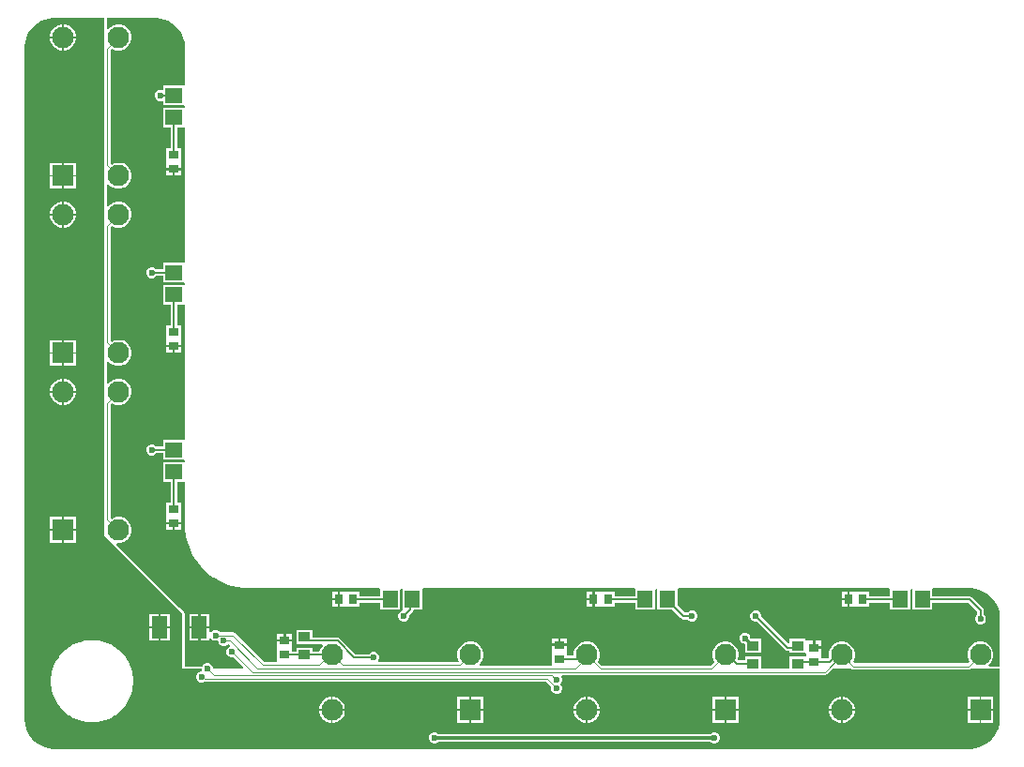
<source format=gtl>
G04*
G04 #@! TF.GenerationSoftware,Altium Limited,Altium Designer,23.3.1 (30)*
G04*
G04 Layer_Physical_Order=1*
G04 Layer_Color=255*
%FSLAX44Y44*%
%MOMM*%
G71*
G04*
G04 #@! TF.SameCoordinates,351FD183-007B-45CA-81C2-1D2A0FC3FDAE*
G04*
G04*
G04 #@! TF.FilePolarity,Positive*
G04*
G01*
G75*
%ADD11C,0.2000*%
%ADD12R,1.4000X1.5000*%
%ADD13R,0.8000X0.9500*%
%ADD14R,0.9500X0.8000*%
%ADD15R,1.0500X0.9000*%
%ADD16R,1.4000X2.0000*%
%ADD17R,1.5000X1.4000*%
%ADD27C,0.3000*%
%ADD28C,0.1250*%
%ADD29C,1.9500*%
%ADD30R,1.9500X1.9500*%
%ADD31R,1.9500X1.9500*%
%ADD32C,0.6000*%
G36*
X120063Y662515D02*
X121863D01*
X125430Y662045D01*
X128906Y661114D01*
X132231Y659736D01*
X135347Y657937D01*
X138202Y655747D01*
X140747Y653202D01*
X142937Y650347D01*
X144736Y647231D01*
X146114Y643906D01*
X147045Y640430D01*
X147515Y636863D01*
X147515Y635064D01*
Y602557D01*
X147000Y601500D01*
X146245Y601500D01*
X128000D01*
Y598044D01*
X126730Y597195D01*
X125995Y597500D01*
X124005D01*
X122168Y596739D01*
X120761Y595332D01*
X120000Y593495D01*
Y591505D01*
X120761Y589668D01*
X122168Y588261D01*
X124005Y587500D01*
X125995D01*
X126730Y587805D01*
X128000Y586956D01*
Y583500D01*
X146770Y583500D01*
X147338Y582500D01*
X146770Y581500D01*
X146245Y581500D01*
X128000D01*
Y563500D01*
X134441D01*
Y545000D01*
X130750D01*
Y533270D01*
X130750Y533000D01*
Y532000D01*
X130750Y531730D01*
Y527000D01*
X144250D01*
Y531730D01*
X144250Y532000D01*
Y533000D01*
X144250Y533270D01*
Y545000D01*
X140559D01*
Y563500D01*
X147000Y563500D01*
X147515Y562443D01*
Y442557D01*
X147000Y441500D01*
X146245Y441500D01*
X128000D01*
Y435559D01*
X121512D01*
X120332Y436739D01*
X118495Y437500D01*
X116505D01*
X114668Y436739D01*
X113261Y435332D01*
X112500Y433495D01*
Y431505D01*
X113261Y429668D01*
X114668Y428261D01*
X116505Y427500D01*
X118495D01*
X120332Y428261D01*
X121512Y429441D01*
X128000D01*
Y423500D01*
X146770Y423500D01*
X147338Y422500D01*
X146770Y421500D01*
X146245Y421500D01*
X128000D01*
Y403500D01*
X134441D01*
Y385000D01*
X130750D01*
Y373270D01*
X130750Y373000D01*
Y372000D01*
X130750Y371730D01*
Y367000D01*
X144250D01*
Y371730D01*
X144250Y372000D01*
Y373000D01*
X144250Y373270D01*
Y385000D01*
X140559D01*
Y403500D01*
X147000Y403500D01*
X147515Y402443D01*
Y282557D01*
X147000Y281500D01*
X146245Y281500D01*
X128000D01*
Y275559D01*
X121512D01*
X120332Y276739D01*
X118495Y277500D01*
X116505D01*
X114668Y276739D01*
X113261Y275332D01*
X112500Y273495D01*
Y271505D01*
X113261Y269668D01*
X114668Y268261D01*
X116505Y267500D01*
X118495D01*
X120332Y268261D01*
X121512Y269441D01*
X128000D01*
Y263500D01*
X146770Y263500D01*
X147338Y262500D01*
X146770Y261500D01*
X146245Y261500D01*
X128000D01*
Y243500D01*
X134441D01*
Y225000D01*
X130750D01*
Y213270D01*
X130750Y213000D01*
Y212000D01*
X130750Y211730D01*
Y207000D01*
X144250D01*
Y211730D01*
X144250Y212000D01*
Y213000D01*
X144250Y213270D01*
Y225000D01*
X140559D01*
Y243500D01*
X147000Y243500D01*
X147515Y242443D01*
Y205063D01*
X147523Y205022D01*
X147516Y204980D01*
X147634Y201383D01*
X147662Y201260D01*
X147654Y201134D01*
X148593Y194001D01*
X148647Y193842D01*
X148658Y193674D01*
X150520Y186725D01*
X150595Y186574D01*
X150627Y186409D01*
X153381Y179762D01*
X153474Y179622D01*
X153528Y179463D01*
X157125Y173233D01*
X157236Y173106D01*
X157310Y172955D01*
X161690Y167248D01*
X161817Y167137D01*
X161910Y166997D01*
X166997Y161910D01*
X167137Y161817D01*
X167248Y161690D01*
X172955Y157310D01*
X173106Y157236D01*
X173233Y157125D01*
X179463Y153528D01*
X179622Y153474D01*
X179762Y153381D01*
X186409Y150627D01*
X186574Y150595D01*
X186725Y150520D01*
X193674Y148658D01*
X193842Y148647D01*
X194001Y148593D01*
X201134Y147654D01*
X201260Y147662D01*
X201383Y147634D01*
X204980Y147516D01*
X205022Y147523D01*
X205063Y147515D01*
X322443D01*
X323500Y147000D01*
X323500Y146245D01*
Y140559D01*
X305000D01*
Y144250D01*
X293270D01*
X293000Y144250D01*
X292000D01*
X291730Y144250D01*
X287000D01*
Y137500D01*
Y130750D01*
X291730D01*
X292000Y130750D01*
X293000D01*
X293270Y130750D01*
X305000D01*
Y134441D01*
X323500D01*
Y128000D01*
X341500D01*
Y146245D01*
X342331Y147243D01*
X343500Y146663D01*
Y146245D01*
Y128000D01*
X342823Y127010D01*
X342168Y126739D01*
X340761Y125332D01*
X340000Y123495D01*
Y121505D01*
X340761Y119668D01*
X342168Y118261D01*
X344005Y117500D01*
X345995D01*
X347832Y118261D01*
X349239Y119668D01*
X350000Y121505D01*
Y123174D01*
X352834Y126009D01*
X352834Y126009D01*
X353498Y127001D01*
X353696Y128000D01*
X361500D01*
Y146245D01*
X362557Y147515D01*
X552443Y147515D01*
X553500Y147000D01*
X553500Y146245D01*
Y140559D01*
X535000D01*
Y144250D01*
X523270D01*
X523000Y144250D01*
X522000D01*
X521730Y144250D01*
X517000D01*
Y137500D01*
Y130750D01*
X521730D01*
X522000Y130750D01*
X523000D01*
X523270Y130750D01*
X535000D01*
Y134441D01*
X553500D01*
Y128000D01*
X571500D01*
Y146245D01*
X572331Y147243D01*
X573500Y146663D01*
Y146245D01*
Y128000D01*
X587174D01*
X594837Y120337D01*
X594837Y120337D01*
X595829Y119674D01*
X597000Y119441D01*
X600988D01*
X602168Y118261D01*
X604005Y117500D01*
X605995D01*
X607832Y118261D01*
X609239Y119668D01*
X610000Y121505D01*
Y123495D01*
X609239Y125332D01*
X607832Y126739D01*
X605995Y127500D01*
X604005D01*
X602168Y126739D01*
X600988Y125559D01*
X598267D01*
X591500Y132326D01*
Y146245D01*
X592557Y147515D01*
X782443D01*
X783500Y147000D01*
X783500Y146245D01*
Y140559D01*
X765000D01*
Y144250D01*
X753270D01*
X753000Y144250D01*
X752000D01*
X751730Y144250D01*
X747000D01*
Y137500D01*
Y130750D01*
X751730D01*
X752000Y130750D01*
X753000D01*
X753270Y130750D01*
X765000D01*
Y134441D01*
X783500D01*
Y128000D01*
X801500D01*
Y146245D01*
X802331Y147243D01*
X803500Y146663D01*
Y146245D01*
Y128000D01*
X821500D01*
Y134441D01*
X853733D01*
X861941Y126233D01*
Y124012D01*
X860761Y122832D01*
X860000Y120995D01*
Y119005D01*
X860761Y117168D01*
X862168Y115761D01*
X864005Y115000D01*
X865995D01*
X867832Y115761D01*
X869239Y117168D01*
X870000Y119005D01*
Y120995D01*
X869239Y122832D01*
X868059Y124012D01*
Y127500D01*
X867826Y128671D01*
X867163Y129663D01*
X867163Y129663D01*
X857163Y139663D01*
X856171Y140326D01*
X855000Y140559D01*
X855000Y140559D01*
X821500D01*
Y146245D01*
X822557Y147515D01*
X855063D01*
X856863D01*
X860431Y147045D01*
X863906Y146114D01*
X867231Y144736D01*
X870347Y142937D01*
X873202Y140747D01*
X875747Y138202D01*
X877937Y135347D01*
X879736Y132231D01*
X881114Y128906D01*
X882045Y125430D01*
X882515Y121863D01*
X882515Y120063D01*
Y77039D01*
X882515Y77039D01*
X872725D01*
X872426Y78309D01*
X874402Y80285D01*
X875949Y82965D01*
X876750Y85953D01*
Y89047D01*
X875949Y92035D01*
X874402Y94715D01*
X872215Y96902D01*
X869535Y98449D01*
X866547Y99250D01*
X863453D01*
X860465Y98449D01*
X857785Y96902D01*
X855598Y94715D01*
X854051Y92035D01*
X853250Y89047D01*
Y85953D01*
X854051Y82965D01*
X855013Y81298D01*
X853391Y79676D01*
X751609D01*
X749987Y81298D01*
X750949Y82965D01*
X751750Y85953D01*
Y89047D01*
X750949Y92035D01*
X749402Y94715D01*
X747215Y96902D01*
X744535Y98449D01*
X741547Y99250D01*
X738453D01*
X735465Y98449D01*
X732785Y96902D01*
X730598Y94715D01*
X729051Y92035D01*
X728250Y89047D01*
Y85953D01*
X728491Y85053D01*
X727497Y84059D01*
X721750D01*
Y86730D01*
X721750Y87000D01*
Y88000D01*
X721750Y88270D01*
Y93000D01*
X715000D01*
Y94000D01*
X714000D01*
Y100000D01*
X708520D01*
X708250Y100000D01*
X707250Y100652D01*
Y102000D01*
X692750D01*
Y98372D01*
X691480Y97846D01*
X667500Y121826D01*
Y123495D01*
X666739Y125332D01*
X665332Y126739D01*
X663495Y127500D01*
X661505D01*
X659668Y126739D01*
X658261Y125332D01*
X657500Y123495D01*
Y121505D01*
X658261Y119668D01*
X659668Y118261D01*
X661505Y117500D01*
X663174D01*
X689088Y91587D01*
X689088Y91586D01*
X690080Y90923D01*
X691251Y90690D01*
X691251Y90690D01*
X692750D01*
Y89000D01*
X706980D01*
X707250Y89000D01*
X708250Y88348D01*
X708250Y88000D01*
Y87000D01*
X708250Y86652D01*
X707250Y86000D01*
X692750D01*
Y75000D01*
X667250D01*
Y86000D01*
X652750D01*
Y82559D01*
X647117D01*
X646166Y83774D01*
X646750Y85953D01*
Y89047D01*
X645949Y92035D01*
X644402Y94715D01*
X642215Y96902D01*
X639535Y98449D01*
X636547Y99250D01*
X633453D01*
X630465Y98449D01*
X627785Y96902D01*
X625598Y94715D01*
X624051Y92035D01*
X623250Y89047D01*
Y85953D01*
X624051Y82965D01*
X625013Y81298D01*
X621391Y77676D01*
X523609D01*
X519987Y81298D01*
X520949Y82965D01*
X521750Y85953D01*
Y89047D01*
X520949Y92035D01*
X519402Y94715D01*
X517215Y96902D01*
X514535Y98449D01*
X511547Y99250D01*
X508453D01*
X505465Y98449D01*
X502785Y96902D01*
X500598Y94715D01*
X499051Y92035D01*
X498250Y89047D01*
Y86559D01*
X491750D01*
Y89230D01*
X491750Y89500D01*
Y90500D01*
X491750Y90770D01*
Y95500D01*
X485000D01*
X478250D01*
Y90770D01*
X478250Y90500D01*
Y89500D01*
X478250Y89230D01*
Y77676D01*
X413590D01*
X413063Y78946D01*
X414402Y80285D01*
X415949Y82965D01*
X416750Y85953D01*
Y89047D01*
X415949Y92035D01*
X414402Y94715D01*
X412215Y96902D01*
X409535Y98449D01*
X406547Y99250D01*
X403453D01*
X400465Y98449D01*
X397785Y96902D01*
X395598Y94715D01*
X394051Y92035D01*
X393250Y89047D01*
Y85953D01*
X394051Y82965D01*
X394716Y81812D01*
X393905Y80676D01*
X322044D01*
X321517Y81946D01*
X321739Y82168D01*
X322500Y84005D01*
Y85995D01*
X321739Y87832D01*
X320332Y89239D01*
X318495Y90000D01*
X316505D01*
X314668Y89239D01*
X313488Y88059D01*
X301267D01*
X287163Y102163D01*
X286171Y102826D01*
X285000Y103059D01*
X285000Y103059D01*
X262250D01*
Y110000D01*
X247750D01*
Y97000D01*
X258204D01*
X258500Y96941D01*
X258500Y96941D01*
X271028D01*
X271554Y95671D01*
X270598Y94715D01*
X269051Y92035D01*
X268655Y90559D01*
X262250D01*
Y94000D01*
X247750D01*
Y90559D01*
X244250D01*
Y93230D01*
X244250Y93500D01*
Y94500D01*
X244250Y94770D01*
Y99500D01*
X237500D01*
X230750D01*
Y94770D01*
X230750Y94500D01*
Y93500D01*
X230750Y93230D01*
Y81500D01*
X229821Y80676D01*
X219109D01*
X192892Y106892D01*
X192024Y107473D01*
X191000Y107676D01*
X191000Y107676D01*
X179303D01*
X179239Y107832D01*
X177832Y109239D01*
X175995Y110000D01*
X174005D01*
X172168Y109239D01*
X170770Y107841D01*
X170719Y107842D01*
X169500Y108106D01*
Y111500D01*
X161500D01*
Y100500D01*
X169500D01*
Y101894D01*
X170719Y102158D01*
X170770Y102159D01*
X172168Y100761D01*
X174005Y100000D01*
X175995D01*
X176444Y100186D01*
X177500Y99481D01*
Y99005D01*
X178261Y97168D01*
X179668Y95761D01*
X181505Y95000D01*
X183495D01*
X185332Y95761D01*
X186739Y97168D01*
X187723Y96492D01*
X188182Y96033D01*
X187884Y94535D01*
X187168Y94239D01*
X185761Y92832D01*
X185000Y90995D01*
Y89005D01*
X185761Y87168D01*
X187168Y85761D01*
X189005Y85000D01*
X190995D01*
X191150Y85064D01*
X200042Y76173D01*
X199556Y75000D01*
X172500D01*
Y75995D01*
X171739Y77832D01*
X170332Y79239D01*
X168495Y80000D01*
X166505D01*
X164668Y79239D01*
X163261Y77832D01*
X162900Y76960D01*
X162500Y77039D01*
X147039D01*
Y125000D01*
X147039Y125000D01*
X146884Y125780D01*
X146442Y126442D01*
X146442Y126442D01*
X142692Y130192D01*
X142692Y130192D01*
X85869Y187015D01*
X86430Y188250D01*
X89047D01*
X92035Y189051D01*
X94715Y190598D01*
X96902Y192785D01*
X98449Y195465D01*
X99250Y198453D01*
Y201547D01*
X98449Y204535D01*
X96902Y207215D01*
X94715Y209402D01*
X92035Y210949D01*
X89047Y211750D01*
X85953D01*
X82965Y210949D01*
X81298Y209987D01*
X80176Y211109D01*
Y313891D01*
X81298Y315013D01*
X82965Y314051D01*
X85953Y313250D01*
X89047D01*
X92035Y314051D01*
X94715Y315598D01*
X96902Y317785D01*
X98449Y320465D01*
X99250Y323453D01*
Y326547D01*
X98449Y329535D01*
X96902Y332215D01*
X94715Y334402D01*
X92035Y335949D01*
X89047Y336750D01*
X85953D01*
X82965Y335949D01*
X80285Y334402D01*
X78309Y332426D01*
X77039Y332725D01*
Y352275D01*
X78309Y352574D01*
X80285Y350598D01*
X82965Y349051D01*
X85953Y348250D01*
X89047D01*
X92035Y349051D01*
X94715Y350598D01*
X96902Y352785D01*
X98449Y355465D01*
X99250Y358453D01*
Y361547D01*
X98449Y364535D01*
X96902Y367215D01*
X94715Y369402D01*
X92035Y370949D01*
X89047Y371750D01*
X85953D01*
X82965Y370949D01*
X81298Y369987D01*
X80176Y371109D01*
Y473891D01*
X81298Y475013D01*
X82965Y474051D01*
X85953Y473250D01*
X89047D01*
X92035Y474051D01*
X94715Y475598D01*
X96902Y477785D01*
X98449Y480465D01*
X99250Y483453D01*
Y486547D01*
X98449Y489535D01*
X96902Y492215D01*
X94715Y494402D01*
X92035Y495949D01*
X89047Y496750D01*
X85953D01*
X82965Y495949D01*
X80285Y494402D01*
X78309Y492426D01*
X77039Y492725D01*
Y512275D01*
X78309Y512574D01*
X80285Y510598D01*
X82965Y509051D01*
X85953Y508250D01*
X89047D01*
X92035Y509051D01*
X94715Y510598D01*
X96902Y512785D01*
X98449Y515465D01*
X99250Y518453D01*
Y521547D01*
X98449Y524535D01*
X96902Y527215D01*
X94715Y529402D01*
X92035Y530949D01*
X89047Y531750D01*
X85953D01*
X82965Y530949D01*
X81298Y529987D01*
X80176Y531109D01*
Y633891D01*
X81298Y635013D01*
X82965Y634051D01*
X85953Y633250D01*
X89047D01*
X92035Y634051D01*
X94715Y635598D01*
X96902Y637785D01*
X98449Y640465D01*
X99250Y643453D01*
Y646547D01*
X98449Y649535D01*
X96902Y652215D01*
X94715Y654402D01*
X92035Y655949D01*
X89047Y656750D01*
X85953D01*
X82965Y655949D01*
X80285Y654402D01*
X78309Y652426D01*
X77039Y652725D01*
Y662515D01*
X120063D01*
D02*
G37*
G36*
X75000Y662515D02*
Y635887D01*
X74823Y635000D01*
X74824Y635000D01*
Y530000D01*
X74823Y530000D01*
X75000Y529113D01*
Y475887D01*
X74823Y475000D01*
X74824Y475000D01*
Y370000D01*
X74823Y370000D01*
X75000Y369113D01*
Y315887D01*
X74823Y315000D01*
X74824Y315000D01*
Y210000D01*
X74823Y210000D01*
X75000Y209113D01*
Y195000D01*
X81750Y188250D01*
X114726Y155274D01*
X141250Y128750D01*
X141250Y128750D01*
X144858Y125142D01*
X144963Y124985D01*
X145000Y124799D01*
Y77039D01*
Y75000D01*
X162299D01*
X162500Y74960D01*
Y74005D01*
X162686Y73556D01*
X161981Y72500D01*
X161505D01*
X159668Y71739D01*
X158261Y70332D01*
X157500Y68495D01*
Y66505D01*
X158261Y64668D01*
X159668Y63261D01*
X161505Y62500D01*
X163495D01*
X165332Y63261D01*
X165395Y63324D01*
X472891D01*
X478065Y58150D01*
X478000Y57994D01*
Y56005D01*
X478761Y54168D01*
X480168Y52761D01*
X482005Y52000D01*
X483995D01*
X485832Y52761D01*
X487239Y54168D01*
X488000Y56005D01*
Y57994D01*
X487239Y59832D01*
X486071Y61000D01*
X487239Y62168D01*
X488000Y64005D01*
Y65995D01*
X487239Y67832D01*
X487018Y68054D01*
X487544Y69324D01*
X724500D01*
X724500Y69324D01*
X725524Y69527D01*
X726393Y70107D01*
X731285Y75000D01*
X748768D01*
X749476Y74527D01*
X750500Y74324D01*
X750500Y74324D01*
X854500D01*
X854500Y74324D01*
X855524Y74527D01*
X856232Y75000D01*
X882515D01*
Y30064D01*
Y28264D01*
X882045Y24696D01*
X881114Y21221D01*
X879736Y17896D01*
X877937Y14780D01*
X875747Y11925D01*
X873202Y9380D01*
X870347Y7190D01*
X867231Y5390D01*
X863906Y4013D01*
X860431Y3082D01*
X856863Y2612D01*
X855063D01*
X30064Y2612D01*
X28264D01*
X24697Y3082D01*
X21221Y4013D01*
X17896Y5390D01*
X14780Y7190D01*
X11925Y9380D01*
X9380Y11925D01*
X7190Y14780D01*
X5390Y17896D01*
X4013Y21221D01*
X3082Y24697D01*
X2612Y28264D01*
X2612Y30064D01*
X2612Y635064D01*
Y636863D01*
X3082Y640430D01*
X4013Y643906D01*
X5390Y647231D01*
X7190Y650347D01*
X9380Y653202D01*
X11925Y655747D01*
X14780Y657937D01*
X17896Y659736D01*
X21221Y661114D01*
X24697Y662045D01*
X28264Y662515D01*
X30064Y662515D01*
X75000D01*
D02*
G37*
%LPC*%
G36*
X144250Y525000D02*
X138500D01*
Y520000D01*
X144250D01*
Y525000D01*
D02*
G37*
G36*
X136500D02*
X130750D01*
Y520000D01*
X136500D01*
Y525000D01*
D02*
G37*
G36*
X144250Y365000D02*
X138500D01*
Y360000D01*
X144250D01*
Y365000D01*
D02*
G37*
G36*
X136500D02*
X130750D01*
Y360000D01*
X136500D01*
Y365000D01*
D02*
G37*
G36*
X144250Y205000D02*
X138500D01*
Y200000D01*
X144250D01*
Y205000D01*
D02*
G37*
G36*
X136500D02*
X130750D01*
Y200000D01*
X136500D01*
Y205000D01*
D02*
G37*
G36*
X745000Y144250D02*
X740000D01*
Y138500D01*
X745000D01*
Y144250D01*
D02*
G37*
G36*
X285000D02*
X280000D01*
Y138500D01*
X285000D01*
Y144250D01*
D02*
G37*
G36*
X515000D02*
X510000D01*
Y138500D01*
X515000D01*
Y144250D01*
D02*
G37*
G36*
Y136500D02*
X510000D01*
Y130750D01*
X515000D01*
Y136500D01*
D02*
G37*
G36*
X285000Y136500D02*
X280000D01*
Y130750D01*
X285000D01*
Y136500D01*
D02*
G37*
G36*
X745000Y136500D02*
X740000D01*
Y130750D01*
X745000D01*
Y136500D01*
D02*
G37*
G36*
X169500Y124500D02*
X161500D01*
Y113500D01*
X169500D01*
Y124500D01*
D02*
G37*
G36*
X159500D02*
X151500D01*
Y113500D01*
X159500D01*
Y124500D01*
D02*
G37*
G36*
X244250Y106500D02*
X238500D01*
Y101500D01*
X244250D01*
Y106500D01*
D02*
G37*
G36*
X236500D02*
X230750D01*
Y101500D01*
X236500D01*
Y106500D01*
D02*
G37*
G36*
X159500Y111500D02*
X151500D01*
Y100500D01*
X159500D01*
Y111500D01*
D02*
G37*
G36*
X491750Y102500D02*
X486000D01*
Y97500D01*
X491750D01*
Y102500D01*
D02*
G37*
G36*
X484000D02*
X478250D01*
Y97500D01*
X484000D01*
Y102500D01*
D02*
G37*
G36*
X716000Y100000D02*
Y95000D01*
X721750D01*
Y100000D01*
X716000D01*
D02*
G37*
G36*
X653495Y107500D02*
X651505D01*
X649668Y106739D01*
X648261Y105332D01*
X647500Y103495D01*
Y101505D01*
X648261Y99668D01*
X649668Y98261D01*
X651505Y97500D01*
X652203D01*
X652750Y96953D01*
Y89000D01*
X667250D01*
Y102000D01*
X657797D01*
X657500Y102297D01*
Y103495D01*
X656739Y105332D01*
X655332Y106739D01*
X653495Y107500D01*
D02*
G37*
G36*
X39047Y656750D02*
X38250D01*
Y645750D01*
X49250D01*
Y646547D01*
X48449Y649535D01*
X46902Y652215D01*
X44715Y654402D01*
X42035Y655949D01*
X39047Y656750D01*
D02*
G37*
G36*
X36750D02*
X35953D01*
X32965Y655949D01*
X30285Y654402D01*
X28098Y652215D01*
X26551Y649535D01*
X25750Y646547D01*
Y645750D01*
X36750D01*
Y656750D01*
D02*
G37*
G36*
X49250Y644250D02*
X38250D01*
Y633250D01*
X39047D01*
X42035Y634051D01*
X44715Y635598D01*
X46902Y637785D01*
X48449Y640465D01*
X49250Y643453D01*
Y644250D01*
D02*
G37*
G36*
X36750D02*
X25750D01*
Y643453D01*
X26551Y640465D01*
X28098Y637785D01*
X30285Y635598D01*
X32965Y634051D01*
X35953Y633250D01*
X36750D01*
Y644250D01*
D02*
G37*
G36*
X49250Y531750D02*
X38250D01*
Y520750D01*
X49250D01*
Y531750D01*
D02*
G37*
G36*
X36750D02*
X25750D01*
Y520750D01*
X36750D01*
Y531750D01*
D02*
G37*
G36*
X49250Y519250D02*
X38250D01*
Y508250D01*
X49250D01*
Y519250D01*
D02*
G37*
G36*
X36750D02*
X25750D01*
Y508250D01*
X36750D01*
Y519250D01*
D02*
G37*
G36*
X39047Y496750D02*
X38250D01*
Y485750D01*
X49250D01*
Y486547D01*
X48449Y489535D01*
X46902Y492215D01*
X44715Y494402D01*
X42035Y495949D01*
X39047Y496750D01*
D02*
G37*
G36*
X36750D02*
X35953D01*
X32965Y495949D01*
X30285Y494402D01*
X28098Y492215D01*
X26551Y489535D01*
X25750Y486547D01*
Y485750D01*
X36750D01*
Y496750D01*
D02*
G37*
G36*
X49250Y484250D02*
X38250D01*
Y473250D01*
X39047D01*
X42035Y474051D01*
X44715Y475598D01*
X46902Y477785D01*
X48449Y480465D01*
X49250Y483453D01*
Y484250D01*
D02*
G37*
G36*
X36750D02*
X25750D01*
Y483453D01*
X26551Y480465D01*
X28098Y477785D01*
X30285Y475598D01*
X32965Y474051D01*
X35953Y473250D01*
X36750D01*
Y484250D01*
D02*
G37*
G36*
X49250Y371750D02*
X38250D01*
Y360750D01*
X49250D01*
Y371750D01*
D02*
G37*
G36*
X36750D02*
X25750D01*
Y360750D01*
X36750D01*
Y371750D01*
D02*
G37*
G36*
X49250Y359250D02*
X38250D01*
Y348250D01*
X49250D01*
Y359250D01*
D02*
G37*
G36*
X36750D02*
X25750D01*
Y348250D01*
X36750D01*
Y359250D01*
D02*
G37*
G36*
X39047Y336750D02*
X38250D01*
Y325750D01*
X49250D01*
Y326547D01*
X48449Y329535D01*
X46902Y332215D01*
X44715Y334402D01*
X42035Y335949D01*
X39047Y336750D01*
D02*
G37*
G36*
X36750D02*
X35953D01*
X32965Y335949D01*
X30285Y334402D01*
X28098Y332215D01*
X26551Y329535D01*
X25750Y326547D01*
Y325750D01*
X36750D01*
Y336750D01*
D02*
G37*
G36*
X49250Y324250D02*
X38250D01*
Y313250D01*
X39047D01*
X42035Y314051D01*
X44715Y315598D01*
X46902Y317785D01*
X48449Y320465D01*
X49250Y323453D01*
Y324250D01*
D02*
G37*
G36*
X36750D02*
X25750D01*
Y323453D01*
X26551Y320465D01*
X28098Y317785D01*
X30285Y315598D01*
X32965Y314051D01*
X35953Y313250D01*
X36750D01*
Y324250D01*
D02*
G37*
G36*
X49250Y211750D02*
X38250D01*
Y200750D01*
X49250D01*
Y211750D01*
D02*
G37*
G36*
X36750D02*
X25750D01*
Y200750D01*
X36750D01*
Y211750D01*
D02*
G37*
G36*
X49250Y199250D02*
X38250D01*
Y188250D01*
X49250D01*
Y199250D01*
D02*
G37*
G36*
X36750D02*
X25750D01*
Y188250D01*
X36750D01*
Y199250D01*
D02*
G37*
G36*
X133500Y124500D02*
X125500D01*
Y113500D01*
X133500D01*
Y124500D01*
D02*
G37*
G36*
X123500D02*
X115500D01*
Y113500D01*
X123500D01*
Y124500D01*
D02*
G37*
G36*
X63642Y100820D02*
X61877Y100681D01*
X61348D01*
X61216Y100655D01*
X61082Y100664D01*
X60230Y100552D01*
X57826Y100363D01*
X56652Y100081D01*
X56533Y100065D01*
X56406Y100022D01*
X56272Y100013D01*
X55422Y99785D01*
X52154Y99001D01*
X46764Y96768D01*
X43898Y95012D01*
X43136Y94572D01*
X43035Y94483D01*
X42914Y94424D01*
X42819Y94351D01*
X41789Y93720D01*
X39956Y92154D01*
X39274Y91631D01*
X39186Y91530D01*
X39074Y91455D01*
X38700Y91081D01*
X37353Y89931D01*
X36203Y88585D01*
X35829Y88211D01*
X35755Y88099D01*
X35654Y88010D01*
X35130Y87328D01*
X33564Y85495D01*
X32934Y84466D01*
X32860Y84370D01*
X32801Y84249D01*
X32712Y84148D01*
X32272Y83386D01*
X30516Y80521D01*
X28284Y75131D01*
X27499Y71863D01*
X27271Y71013D01*
X27262Y70879D01*
X27219Y70751D01*
X27204Y70632D01*
X26922Y69458D01*
X26733Y67055D01*
X26620Y66202D01*
X26629Y66068D01*
X26603Y65936D01*
Y65407D01*
X26464Y63642D01*
X26603Y61877D01*
Y61348D01*
X26629Y61216D01*
X26620Y61082D01*
X26733Y60230D01*
X26922Y57826D01*
X27204Y56653D01*
X27219Y56533D01*
X27262Y56406D01*
X27271Y56272D01*
X27499Y55421D01*
X28284Y52154D01*
X30516Y46764D01*
X32272Y43899D01*
X32712Y43136D01*
X32801Y43035D01*
X32861Y42914D01*
X32934Y42818D01*
X33564Y41789D01*
X35130Y39956D01*
X35654Y39274D01*
X35755Y39186D01*
X35829Y39074D01*
X36203Y38699D01*
X37353Y37353D01*
X38699Y36203D01*
X39074Y35829D01*
X39186Y35755D01*
X39274Y35654D01*
X39956Y35130D01*
X41789Y33564D01*
X42818Y32934D01*
X42914Y32860D01*
X43035Y32801D01*
X43136Y32712D01*
X43899Y32272D01*
X46764Y30516D01*
X52154Y28284D01*
X55421Y27499D01*
X56272Y27271D01*
X56406Y27262D01*
X56533Y27219D01*
X56653Y27204D01*
X57826Y26922D01*
X60230Y26733D01*
X61082Y26620D01*
X61216Y26629D01*
X61348Y26603D01*
X61877D01*
X63642Y26464D01*
X65407Y26603D01*
X65936D01*
X66068Y26629D01*
X66202Y26620D01*
X67055Y26733D01*
X69458Y26922D01*
X70632Y27204D01*
X70751Y27219D01*
X70879Y27262D01*
X71013Y27271D01*
X71863Y27499D01*
X75131Y28284D01*
X80521Y30516D01*
X83386Y32272D01*
X84148Y32712D01*
X84249Y32801D01*
X84370Y32861D01*
X84466Y32934D01*
X85495Y33564D01*
X87328Y35130D01*
X88010Y35654D01*
X88099Y35755D01*
X88211Y35829D01*
X88585Y36203D01*
X89931Y37353D01*
X91081Y38700D01*
X91455Y39074D01*
X91530Y39186D01*
X91631Y39274D01*
X92154Y39956D01*
X93720Y41789D01*
X94351Y42818D01*
X94424Y42914D01*
X94483Y43035D01*
X94572Y43136D01*
X95012Y43898D01*
X96768Y46764D01*
X99001Y52154D01*
X99785Y55422D01*
X100013Y56272D01*
X100022Y56406D01*
X100065Y56533D01*
X100081Y56652D01*
X100363Y57826D01*
X100552Y60230D01*
X100664Y61082D01*
X100655Y61216D01*
X100681Y61348D01*
Y61877D01*
X100820Y63642D01*
X100681Y65407D01*
Y65936D01*
X100655Y66068D01*
X100664Y66202D01*
X100552Y67055D01*
X100363Y69458D01*
X100081Y70632D01*
X100065Y70751D01*
X100022Y70879D01*
X100013Y71013D01*
X99785Y71862D01*
X99001Y75131D01*
X96768Y80521D01*
X95012Y83386D01*
X94572Y84148D01*
X94483Y84249D01*
X94424Y84370D01*
X94351Y84466D01*
X93720Y85495D01*
X92154Y87329D01*
X91631Y88010D01*
X91530Y88099D01*
X91455Y88211D01*
X91081Y88584D01*
X89931Y89931D01*
X88584Y91081D01*
X88211Y91455D01*
X88099Y91530D01*
X88010Y91631D01*
X87329Y92154D01*
X85495Y93720D01*
X84466Y94351D01*
X84370Y94424D01*
X84249Y94483D01*
X84148Y94572D01*
X83386Y95012D01*
X80521Y96768D01*
X75131Y99001D01*
X71862Y99785D01*
X71013Y100013D01*
X70879Y100022D01*
X70751Y100065D01*
X70632Y100081D01*
X69458Y100363D01*
X67055Y100552D01*
X66202Y100664D01*
X66068Y100655D01*
X65936Y100681D01*
X65407D01*
X63642Y100820D01*
D02*
G37*
G36*
X133500Y111500D02*
X125500D01*
Y100500D01*
X133500D01*
Y111500D01*
D02*
G37*
G36*
X123500D02*
X115500D01*
Y100500D01*
X123500D01*
Y111500D01*
D02*
G37*
G36*
X741547Y49250D02*
X740750D01*
Y38250D01*
X751750D01*
Y39047D01*
X750949Y42035D01*
X749402Y44715D01*
X747215Y46902D01*
X744535Y48449D01*
X741547Y49250D01*
D02*
G37*
G36*
X876750D02*
X865750D01*
Y38250D01*
X876750D01*
Y49250D01*
D02*
G37*
G36*
X646750D02*
X635750D01*
Y38250D01*
X646750D01*
Y49250D01*
D02*
G37*
G36*
X416750D02*
X405750D01*
Y38250D01*
X416750D01*
Y49250D01*
D02*
G37*
G36*
X281547D02*
X280750D01*
Y38250D01*
X291750D01*
Y39047D01*
X290949Y42035D01*
X289402Y44715D01*
X287215Y46902D01*
X284535Y48449D01*
X281547Y49250D01*
D02*
G37*
G36*
X511547D02*
X510750D01*
Y38250D01*
X521750D01*
Y39047D01*
X520949Y42035D01*
X519402Y44715D01*
X517215Y46902D01*
X514535Y48449D01*
X511547Y49250D01*
D02*
G37*
G36*
X634250D02*
X623250D01*
Y38250D01*
X634250D01*
Y49250D01*
D02*
G37*
G36*
X404250D02*
X393250D01*
Y38250D01*
X404250D01*
Y49250D01*
D02*
G37*
G36*
X279250D02*
X278453D01*
X275465Y48449D01*
X272785Y46902D01*
X270598Y44715D01*
X269051Y42035D01*
X268250Y39047D01*
Y38250D01*
X279250D01*
Y49250D01*
D02*
G37*
G36*
X509250D02*
X508453D01*
X505465Y48449D01*
X502785Y46902D01*
X500598Y44715D01*
X499051Y42035D01*
X498250Y39047D01*
Y38250D01*
X509250D01*
Y49250D01*
D02*
G37*
G36*
X739250D02*
X738453D01*
X735465Y48449D01*
X732785Y46902D01*
X730598Y44715D01*
X729051Y42035D01*
X728250Y39047D01*
Y38250D01*
X739250D01*
Y49250D01*
D02*
G37*
G36*
X864250D02*
X853250D01*
Y38250D01*
X864250D01*
Y49250D01*
D02*
G37*
G36*
X876750Y36750D02*
X865750D01*
Y25750D01*
X876750D01*
Y36750D01*
D02*
G37*
G36*
X864250D02*
X853250D01*
Y25750D01*
X864250D01*
Y36750D01*
D02*
G37*
G36*
X751750D02*
X740750D01*
Y25750D01*
X741547D01*
X744535Y26551D01*
X747215Y28098D01*
X749402Y30285D01*
X750949Y32965D01*
X751750Y35953D01*
Y36750D01*
D02*
G37*
G36*
X739250D02*
X728250D01*
Y35953D01*
X729051Y32965D01*
X730598Y30285D01*
X732785Y28098D01*
X735465Y26551D01*
X738453Y25750D01*
X739250D01*
Y36750D01*
D02*
G37*
G36*
X646750D02*
X635750D01*
Y25750D01*
X646750D01*
Y36750D01*
D02*
G37*
G36*
X634250D02*
X623250D01*
Y25750D01*
X634250D01*
Y36750D01*
D02*
G37*
G36*
X521750D02*
X510750D01*
Y25750D01*
X511547D01*
X514535Y26551D01*
X517215Y28098D01*
X519402Y30285D01*
X520949Y32965D01*
X521750Y35953D01*
Y36750D01*
D02*
G37*
G36*
X509250D02*
X498250D01*
Y35953D01*
X499051Y32965D01*
X500598Y30285D01*
X502785Y28098D01*
X505465Y26551D01*
X508453Y25750D01*
X509250D01*
Y36750D01*
D02*
G37*
G36*
X416750D02*
X405750D01*
Y25750D01*
X416750D01*
Y36750D01*
D02*
G37*
G36*
X404250D02*
X393250D01*
Y25750D01*
X404250D01*
Y36750D01*
D02*
G37*
G36*
X291750D02*
X280750D01*
Y25750D01*
X281547D01*
X284535Y26551D01*
X287215Y28098D01*
X289402Y30285D01*
X290949Y32965D01*
X291750Y35953D01*
Y36750D01*
D02*
G37*
G36*
X279250D02*
X268250D01*
Y35953D01*
X269051Y32965D01*
X270598Y30285D01*
X272785Y28098D01*
X275465Y26551D01*
X278453Y25750D01*
X279250D01*
Y36750D01*
D02*
G37*
G36*
X625995Y17500D02*
X624005D01*
X622168Y16739D01*
X621497Y16069D01*
X376003D01*
X375332Y16739D01*
X373495Y17500D01*
X371505D01*
X369668Y16739D01*
X368261Y15332D01*
X367500Y13495D01*
Y11505D01*
X368261Y9668D01*
X369668Y8261D01*
X371505Y7500D01*
X373495D01*
X375332Y8261D01*
X376003Y8931D01*
X621497D01*
X622168Y8261D01*
X624005Y7500D01*
X625995D01*
X627832Y8261D01*
X629239Y9668D01*
X630000Y11505D01*
Y13495D01*
X629239Y15332D01*
X627832Y16739D01*
X625995Y17500D01*
D02*
G37*
%LPD*%
D11*
X529000Y137500D02*
X562500D01*
X137500Y379000D02*
Y412500D01*
X865000Y120000D02*
Y127500D01*
X855000Y137500D02*
X865000Y127500D01*
X812500Y137500D02*
X855000D01*
X597000Y122500D02*
X605000D01*
X582500Y137000D02*
X597000Y122500D01*
X582500Y137000D02*
Y137500D01*
X125000Y592500D02*
X137500D01*
X645031Y79500D02*
X660000D01*
X635000Y87500D02*
X637031D01*
X645031Y79500D01*
X698249Y93749D02*
X700000Y95500D01*
X662500Y122500D02*
X691251Y93749D01*
X698249D01*
X700000Y79500D02*
X701500Y81000D01*
X715000D01*
X728764D01*
X735265Y87500D02*
X740000D01*
X728764Y81000D02*
X735265Y87500D01*
X350672Y128172D02*
Y135672D01*
X352500Y137500D01*
X345000Y122500D02*
X350672Y128172D01*
X117500Y272500D02*
X137500D01*
X737500Y85000D02*
X740000Y87500D01*
X300000Y85000D02*
X317500D01*
X258500Y100000D02*
X285000D01*
X300000Y85000D01*
X255000Y103500D02*
X258500Y100000D01*
X237500Y87500D02*
X255000D01*
X280000D01*
X505265D02*
X510000D01*
X501264Y83500D02*
X505265Y87500D01*
X485000Y83500D02*
X501264D01*
X759000Y137500D02*
X792500D01*
X299000D02*
X332500D01*
X137500Y219000D02*
Y252500D01*
X137500Y272500D02*
X137500Y272500D01*
X117500Y432500D02*
X137500D01*
Y539000D02*
Y572500D01*
D12*
X812500Y137500D02*
D03*
X792500D02*
D03*
X562500D02*
D03*
X582500D02*
D03*
X352500D02*
D03*
X332500D02*
D03*
D13*
X746000D02*
D03*
X759000D02*
D03*
X529000D02*
D03*
X516000D02*
D03*
X286000D02*
D03*
X299000D02*
D03*
D14*
X715000Y81000D02*
D03*
Y94000D02*
D03*
X485000Y83500D02*
D03*
Y96500D02*
D03*
X237500Y87500D02*
D03*
Y100500D02*
D03*
X137500Y219000D02*
D03*
Y206000D02*
D03*
Y379000D02*
D03*
Y366000D02*
D03*
Y539000D02*
D03*
Y526000D02*
D03*
D15*
X700000Y79500D02*
D03*
Y95500D02*
D03*
X660000D02*
D03*
Y79500D02*
D03*
X255000Y103500D02*
D03*
Y87500D02*
D03*
D16*
X160500Y112500D02*
D03*
X124500D02*
D03*
D17*
X137500Y252500D02*
D03*
Y272500D02*
D03*
Y412500D02*
D03*
Y432500D02*
D03*
Y592500D02*
D03*
Y572500D02*
D03*
D27*
X659250Y95500D02*
X660000D01*
X652500Y102250D02*
X659250Y95500D01*
X652500Y102250D02*
Y102500D01*
X372500Y12500D02*
X625000D01*
D28*
X268095Y78000D02*
X276095Y86000D01*
X724500Y72000D02*
X737500Y85000D01*
X510000Y85000D02*
Y87500D01*
X77500Y530000D02*
Y635000D01*
X87500Y645000D01*
X77500Y530000D02*
X87500Y520000D01*
X77500Y370000D02*
X87500Y360000D01*
X77500Y475000D02*
X87500Y485000D01*
X77500Y370000D02*
Y475000D01*
Y210000D02*
X87500Y200000D01*
X77500Y315000D02*
X87500Y325000D01*
X77500Y210000D02*
Y315000D01*
X854500Y77000D02*
X865000Y87500D01*
X750500Y77000D02*
X854500D01*
X740000Y87500D02*
X750500Y77000D01*
X510000Y87500D02*
X522500Y75000D01*
X622500D02*
X635000Y87500D01*
X522500Y75000D02*
X622500D01*
X208000Y72000D02*
X724500D01*
X190000Y90000D02*
X208000Y72000D01*
X395500Y78000D02*
X405000Y87500D01*
X280000D02*
X289500Y78000D01*
X395500D01*
X213000Y75000D02*
X500000D01*
X188000Y100000D02*
X213000Y75000D01*
X173500Y69000D02*
X478106D01*
X482106Y65000D01*
X167500Y75000D02*
X173500Y69000D01*
X474000Y66000D02*
X483000Y57000D01*
X163785Y67500D02*
X165285Y66000D01*
X474000D01*
X162500Y67500D02*
X163785D01*
X482106Y65000D02*
X483000D01*
X500000Y75000D02*
X510000Y85000D01*
X218000Y78000D02*
X268095D01*
X191000Y105000D02*
X218000Y78000D01*
X175000Y105000D02*
X191000D01*
X182500Y100000D02*
X188000D01*
D29*
X510000Y87500D02*
D03*
Y37500D02*
D03*
X635000Y87500D02*
D03*
X865000D02*
D03*
X740000Y37500D02*
D03*
Y87500D02*
D03*
X280000D02*
D03*
Y37500D02*
D03*
X405000Y87500D02*
D03*
X87500Y645000D02*
D03*
X37500D02*
D03*
X87500Y520000D02*
D03*
Y360000D02*
D03*
X37500Y485000D02*
D03*
X87500D02*
D03*
Y200000D02*
D03*
X37500Y325000D02*
D03*
X87500D02*
D03*
D30*
X635000Y37500D02*
D03*
X865000D02*
D03*
X405000D02*
D03*
D31*
X37500Y520000D02*
D03*
Y360000D02*
D03*
Y200000D02*
D03*
D32*
X865000Y120000D02*
D03*
X605000Y122500D02*
D03*
X125000Y592500D02*
D03*
X840000Y40000D02*
D03*
X800000D02*
D03*
X760000D02*
D03*
X480000D02*
D03*
X440000D02*
D03*
X240000D02*
D03*
X120000D02*
D03*
X60000Y640000D02*
D03*
X40000Y600000D02*
D03*
X60000Y560000D02*
D03*
Y480000D02*
D03*
X40000Y440000D02*
D03*
X60000Y400000D02*
D03*
Y320000D02*
D03*
X40000Y280000D02*
D03*
X60000Y240000D02*
D03*
Y160000D02*
D03*
X652500Y102500D02*
D03*
X342500Y57375D02*
D03*
X327500Y122500D02*
D03*
X345000D02*
D03*
X452000Y53000D02*
D03*
X372500Y12500D02*
D03*
X347000Y12000D02*
D03*
X220000Y22500D02*
D03*
X187500Y7500D02*
D03*
X96000Y97000D02*
D03*
X87500Y272500D02*
D03*
X117500D02*
D03*
X378000Y30000D02*
D03*
X652500Y60000D02*
D03*
X627500D02*
D03*
X830000D02*
D03*
X772500D02*
D03*
X662500Y122500D02*
D03*
X317500Y85000D02*
D03*
X320000Y57500D02*
D03*
X87500Y435000D02*
D03*
Y600000D02*
D03*
X117500Y432500D02*
D03*
X552500Y87500D02*
D03*
Y110000D02*
D03*
X540000D02*
D03*
Y87500D02*
D03*
X252000Y125000D02*
D03*
X483000Y57000D02*
D03*
Y65000D02*
D03*
X186000Y59000D02*
D03*
X167500Y75000D02*
D03*
X190000Y90000D02*
D03*
X182500Y100000D02*
D03*
X175000Y105000D02*
D03*
Y82500D02*
D03*
X152500Y92500D02*
D03*
X162500Y67500D02*
D03*
X125000Y68000D02*
D03*
X82500Y127500D02*
D03*
X80000Y145000D02*
D03*
X109000Y128000D02*
D03*
X123000Y141000D02*
D03*
X90000Y175000D02*
D03*
X130000D02*
D03*
X625000Y12500D02*
D03*
M02*

</source>
